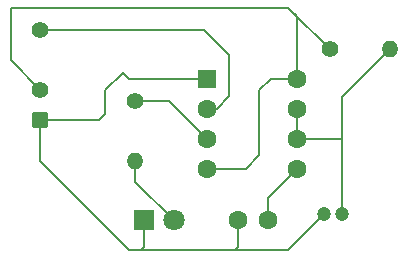
<source format=gbr>
%TF.GenerationSoftware,KiCad,Pcbnew,9.0.0*%
%TF.CreationDate,2025-03-14T20:33:42+05:30*%
%TF.ProjectId,ir-switch,69722d73-7769-4746-9368-2e6b69636164,rev?*%
%TF.SameCoordinates,Original*%
%TF.FileFunction,Copper,L2,Bot*%
%TF.FilePolarity,Positive*%
%FSLAX46Y46*%
G04 Gerber Fmt 4.6, Leading zero omitted, Abs format (unit mm)*
G04 Created by KiCad (PCBNEW 9.0.0) date 2025-03-14 20:33:42*
%MOMM*%
%LPD*%
G01*
G04 APERTURE LIST*
G04 Aperture macros list*
%AMRoundRect*
0 Rectangle with rounded corners*
0 $1 Rounding radius*
0 $2 $3 $4 $5 $6 $7 $8 $9 X,Y pos of 4 corners*
0 Add a 4 corners polygon primitive as box body*
4,1,4,$2,$3,$4,$5,$6,$7,$8,$9,$2,$3,0*
0 Add four circle primitives for the rounded corners*
1,1,$1+$1,$2,$3*
1,1,$1+$1,$4,$5*
1,1,$1+$1,$6,$7*
1,1,$1+$1,$8,$9*
0 Add four rect primitives between the rounded corners*
20,1,$1+$1,$2,$3,$4,$5,0*
20,1,$1+$1,$4,$5,$6,$7,0*
20,1,$1+$1,$6,$7,$8,$9,0*
20,1,$1+$1,$8,$9,$2,$3,0*%
G04 Aperture macros list end*
%TA.AperFunction,ComponentPad*%
%ADD10C,1.600000*%
%TD*%
%TA.AperFunction,ComponentPad*%
%ADD11C,1.200000*%
%TD*%
%TA.AperFunction,ComponentPad*%
%ADD12R,1.800000X1.800000*%
%TD*%
%TA.AperFunction,ComponentPad*%
%ADD13C,1.800000*%
%TD*%
%TA.AperFunction,ComponentPad*%
%ADD14RoundRect,0.249200X0.450800X-0.450800X0.450800X0.450800X-0.450800X0.450800X-0.450800X-0.450800X0*%
%TD*%
%TA.AperFunction,ComponentPad*%
%ADD15C,1.400000*%
%TD*%
%TA.AperFunction,ComponentPad*%
%ADD16RoundRect,0.250000X-0.550000X-0.550000X0.550000X-0.550000X0.550000X0.550000X-0.550000X0.550000X0*%
%TD*%
%TA.AperFunction,ComponentPad*%
%ADD17O,1.400000X1.400000*%
%TD*%
%TA.AperFunction,Conductor*%
%ADD18C,0.200000*%
%TD*%
G04 APERTURE END LIST*
D10*
%TO.P,C1,1*%
%TO.N,Net-(U1-CV)*%
X140250000Y-86000000D03*
%TO.P,C1,2*%
%TO.N,GND*%
X137750000Y-86000000D03*
%TD*%
D11*
%TO.P,C2,2*%
%TO.N,GND*%
X145000000Y-85500000D03*
%TO.P,C2,1*%
%TO.N,Net-(U1-DIS)*%
X146500000Y-85500000D03*
%TD*%
D12*
%TO.P,D1,1,K*%
%TO.N,GND*%
X129730000Y-86000000D03*
D13*
%TO.P,D1,2,A*%
%TO.N,Net-(D1-A)*%
X132270000Y-86000000D03*
%TD*%
D14*
%TO.P,U2,1,GND*%
%TO.N,GND*%
X121000000Y-77500000D03*
D15*
%TO.P,U2,2,Vs*%
%TO.N,+5V*%
X121000000Y-74960000D03*
%TO.P,U2,3,OUT*%
%TO.N,Net-(U1-TR)*%
X121000000Y-69880000D03*
%TD*%
D16*
%TO.P,U1,1,GND*%
%TO.N,GND*%
X135090000Y-74010000D03*
D10*
%TO.P,U1,2,TR*%
%TO.N,Net-(U1-TR)*%
X135090000Y-76550000D03*
%TO.P,U1,3,Q*%
%TO.N,Net-(U1-Q)*%
X135090000Y-79090000D03*
%TO.P,U1,4,R*%
%TO.N,+5V*%
X135090000Y-81630000D03*
%TO.P,U1,5,CV*%
%TO.N,Net-(U1-CV)*%
X142710000Y-81630000D03*
%TO.P,U1,6,THR*%
%TO.N,Net-(U1-DIS)*%
X142710000Y-79090000D03*
%TO.P,U1,7,DIS*%
X142710000Y-76550000D03*
%TO.P,U1,8,VCC*%
%TO.N,+5V*%
X142710000Y-74010000D03*
%TD*%
D15*
%TO.P,R2,1*%
%TO.N,Net-(U1-Q)*%
X129000000Y-75920000D03*
D17*
%TO.P,R2,2*%
%TO.N,Net-(D1-A)*%
X129000000Y-81000000D03*
%TD*%
D15*
%TO.P,R1,1*%
%TO.N,+5V*%
X145500000Y-71500000D03*
D17*
%TO.P,R1,2*%
%TO.N,Net-(U1-DIS)*%
X150580000Y-71500000D03*
%TD*%
D18*
%TO.N,+5V*%
X145500000Y-71500000D02*
X142250000Y-68250000D01*
X142710000Y-74010000D02*
X142710000Y-68710000D01*
X142710000Y-68710000D02*
X142250000Y-68250000D01*
%TO.N,GND*%
X126500000Y-77000000D02*
X126500000Y-75000000D01*
X128510000Y-74010000D02*
X135090000Y-74010000D01*
X126500000Y-75000000D02*
X128000000Y-73500000D01*
X121000000Y-77500000D02*
X126000000Y-77500000D01*
X126000000Y-77500000D02*
X126500000Y-77000000D01*
X128000000Y-73500000D02*
X128510000Y-74010000D01*
%TO.N,+5V*%
X142000000Y-68000000D02*
X118500000Y-68000000D01*
X118500000Y-72460000D02*
X121000000Y-74960000D01*
X142250000Y-68250000D02*
X142000000Y-68000000D01*
X118500000Y-68000000D02*
X118500000Y-72460000D01*
%TO.N,Net-(U1-DIS)*%
X146500000Y-85500000D02*
X146500000Y-79000000D01*
X142710000Y-79090000D02*
X146410000Y-79090000D01*
X146410000Y-79090000D02*
X146500000Y-79000000D01*
X146500000Y-79000000D02*
X146500000Y-75580000D01*
X146500000Y-75580000D02*
X150580000Y-71500000D01*
X142710000Y-79090000D02*
X142710000Y-76550000D01*
%TO.N,GND*%
X128500000Y-88500000D02*
X129500000Y-88500000D01*
X129730000Y-88270000D02*
X129500000Y-88500000D01*
X129730000Y-86000000D02*
X129730000Y-88270000D01*
%TO.N,Net-(U1-CV)*%
X140250000Y-86000000D02*
X140250000Y-84090000D01*
X140250000Y-84090000D02*
X142710000Y-81630000D01*
%TO.N,GND*%
X129500000Y-88500000D02*
X137500000Y-88500000D01*
X137750000Y-86000000D02*
X137750000Y-88250000D01*
X137750000Y-88250000D02*
X137500000Y-88500000D01*
X121000000Y-81000000D02*
X128500000Y-88500000D01*
X137500000Y-88500000D02*
X142000000Y-88500000D01*
X121000000Y-77500000D02*
X121000000Y-81000000D01*
X142000000Y-88500000D02*
X145000000Y-85500000D01*
%TO.N,Net-(D1-A)*%
X132270000Y-86000000D02*
X129000000Y-82730000D01*
X129000000Y-82730000D02*
X129000000Y-81000000D01*
%TO.N,Net-(U1-Q)*%
X129000000Y-75920000D02*
X131920000Y-75920000D01*
X131920000Y-75920000D02*
X135090000Y-79090000D01*
%TO.N,Net-(U1-TR)*%
X121000000Y-69880000D02*
X134880000Y-69880000D01*
X134880000Y-69880000D02*
X137000000Y-72000000D01*
X137000000Y-75500000D02*
X135950000Y-76550000D01*
X137000000Y-72000000D02*
X137000000Y-75500000D01*
X135950000Y-76550000D02*
X135090000Y-76550000D01*
%TO.N,+5V*%
X135090000Y-81630000D02*
X138370000Y-81630000D01*
X138370000Y-81630000D02*
X139500000Y-80500000D01*
X139500000Y-80500000D02*
X139500000Y-75000000D01*
X139500000Y-75000000D02*
X140490000Y-74010000D01*
X140490000Y-74010000D02*
X142710000Y-74010000D01*
%TD*%
M02*

</source>
